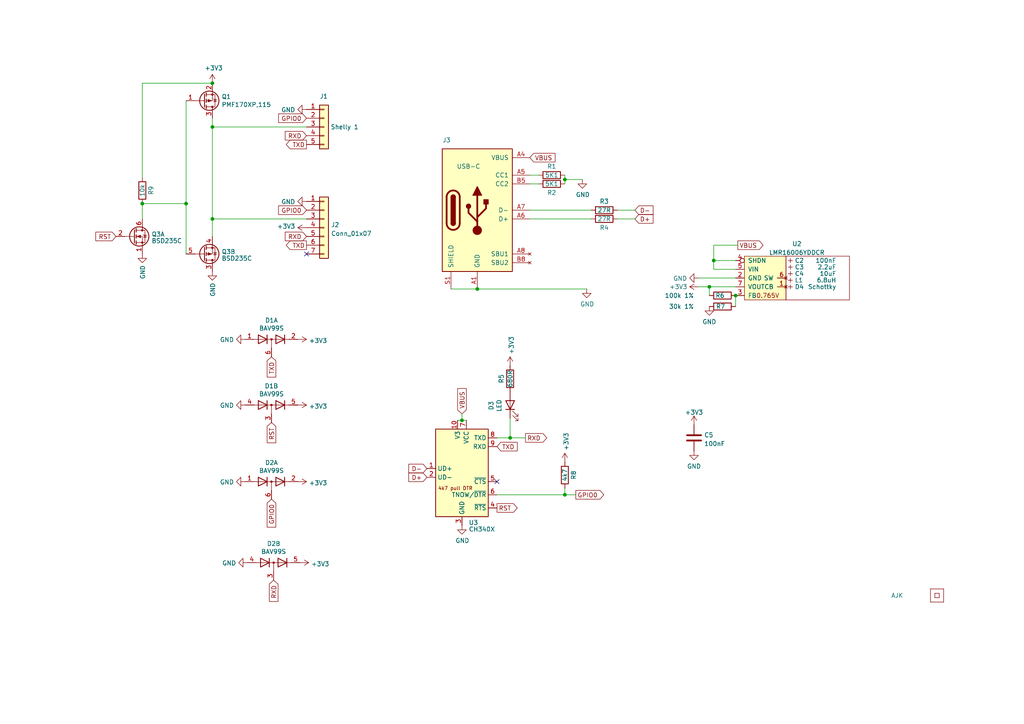
<source format=kicad_sch>
(kicad_sch (version 20230121) (generator eeschema)
  (paper "A4")
  (title_block (title "Tasmotizer") (date "${CURRENT_DATE}") (rev "4") (company "Adrian Kennard, Andrews & Arnold Ltd") (comment 1 "toot.me.uk/@RevK") (comment 2 "www.me.uk"))
  (lib_symbols
    (symbol "Connector_Generic:Conn_01x05" (pin_names (offset 1.016) hide)
      (property "Reference" "J" (at 0 7.62 0))
      (property "Value" "Conn_01x05" (at 0 -7.62 0))
      (symbol "Conn_01x05_1_1"
        (rectangle (start -1.27 -4.953) (end 0 -5.207) (stroke (width 0.1524)))
        (rectangle (start -1.27 -2.413) (end 0 -2.667) (stroke (width 0.1524)))
        (rectangle (start -1.27 0.127) (end 0 -0.127) (stroke (width 0.1524)))
        (rectangle (start -1.27 2.667) (end 0 2.413) (stroke (width 0.1524)))
        (rectangle (start -1.27 5.207) (end 0 4.953) (stroke (width 0.1524)))
        (rectangle (start -1.27 6.35) (end 1.27 -6.35) (stroke (width 0.254)) (fill (type background)))
        (pin passive line (at -5.08 5.08 0) (length 3.81) (name "Pin_1") (number "1"))
        (pin passive line (at -5.08 2.54 0) (length 3.81) (name "Pin_2") (number "2"))
        (pin passive line (at -5.08 0 0) (length 3.81) (name "Pin_3") (number "3"))
        (pin passive line (at -5.08 -2.54 0) (length 3.81) (name "Pin_4") (number "4"))
        (pin passive line (at -5.08 -5.08 0) (length 3.81) (name "Pin_5") (number "5"))
      )
    )
    (symbol "Connector_Generic:Conn_01x07" (pin_names (offset 1.016) hide)
      (property "Reference" "J" (at 0 10.16 0))
      (property "Value" "Conn_01x07" (at 0 -10.16 0))
      (symbol "Conn_01x07_1_1"
        (rectangle (start -1.27 -7.493) (end 0 -7.747) (stroke (width 0.1524)))
        (rectangle (start -1.27 -4.953) (end 0 -5.207) (stroke (width 0.1524)))
        (rectangle (start -1.27 -2.413) (end 0 -2.667) (stroke (width 0.1524)))
        (rectangle (start -1.27 0.127) (end 0 -0.127) (stroke (width 0.1524)))
        (rectangle (start -1.27 2.667) (end 0 2.413) (stroke (width 0.1524)))
        (rectangle (start -1.27 5.207) (end 0 4.953) (stroke (width 0.1524)))
        (rectangle (start -1.27 7.747) (end 0 7.493) (stroke (width 0.1524)))
        (rectangle (start -1.27 8.89) (end 1.27 -8.89) (stroke (width 0.254)) (fill (type background)))
        (pin passive line (at -5.08 7.62 0) (length 3.81) (name "Pin_1") (number "1"))
        (pin passive line (at -5.08 5.08 0) (length 3.81) (name "Pin_2") (number "2"))
        (pin passive line (at -5.08 2.54 0) (length 3.81) (name "Pin_3") (number "3"))
        (pin passive line (at -5.08 0 0) (length 3.81) (name "Pin_4") (number "4"))
        (pin passive line (at -5.08 -2.54 0) (length 3.81) (name "Pin_5") (number "5"))
        (pin passive line (at -5.08 -5.08 0) (length 3.81) (name "Pin_6") (number "6"))
        (pin passive line (at -5.08 -7.62 0) (length 3.81) (name "Pin_7") (number "7"))
      )
    )
    (symbol "Device:C" (pin_numbers hide) (pin_names (offset 0.254))
      (property "Reference" "C" (at 0.635 2.54 0))
      (property "Value" "C" (at 0.635 -2.54 0))
      (symbol "C_0_1"
        (polyline (pts (xy -2.032 -0.762) (xy 2.032 -0.762)) (stroke (width 0.508)))
        (polyline (pts (xy -2.032 0.762) (xy 2.032 0.762)) (stroke (width 0.508)))
      )
      (symbol "C_1_1"
        (pin passive line (at 0 3.81 270) (length 2.794) (name "~") (number "1"))
        (pin passive line (at 0 -3.81 90) (length 2.794) (name "~") (number "2"))
      )
    )
    (symbol "Device:LED" (pin_numbers hide) (pin_names (offset 1.016) hide)
      (property "Reference" "D" (at 0 2.54 0))
      (property "Value" "LED" (at 0 -2.54 0))
      (symbol "LED_0_1"
        (polyline (pts (xy -1.27 -1.27) (xy -1.27 1.27)) (stroke (width 0.254)))
        (polyline (pts (xy -1.27 0) (xy 1.27 0)))
        (polyline (pts (xy 1.27 -1.27) (xy 1.27 1.27) (xy -1.27 0) (xy 1.27 -1.27)) (stroke (width 0.254)))
        (polyline (pts (xy -3.048 -0.762) (xy -4.572 -2.286) (xy -3.81 -2.286) (xy -4.572 -2.286) (xy -4.572 -1.524)))
        (polyline (pts (xy -1.778 -0.762) (xy -3.302 -2.286) (xy -2.54 -2.286) (xy -3.302 -2.286) (xy -3.302 -1.524)))
      )
      (symbol "LED_1_1"
        (pin passive line (at -3.81 0 0) (length 2.54) (name "K") (number "1"))
        (pin passive line (at 3.81 0 180) (length 2.54) (name "A") (number "2"))
      )
    )
    (symbol "Device:Q_PMOS_GSD" (pin_names (offset 0) hide)
      (property "Reference" "Q" (at 5.08 1.27 0))
      (property "Value" "Q_PMOS_GSD" (at 5.08 -1.27 0))
      (symbol "Q_PMOS_GSD_0_1"
        (polyline (pts (xy 0.254 0) (xy -2.54 0)))
        (polyline (pts (xy 0.254 1.905) (xy 0.254 -1.905)) (stroke (width 0.254)))
        (polyline (pts (xy 0.762 -1.27) (xy 0.762 -2.286)) (stroke (width 0.254)))
        (polyline (pts (xy 0.762 0.508) (xy 0.762 -0.508)) (stroke (width 0.254)))
        (polyline (pts (xy 0.762 2.286) (xy 0.762 1.27)) (stroke (width 0.254)))
        (polyline (pts (xy 2.54 2.54) (xy 2.54 1.778)))
        (polyline (pts (xy 2.54 -2.54) (xy 2.54 0) (xy 0.762 0)))
        (polyline (pts (xy 0.762 1.778) (xy 3.302 1.778) (xy 3.302 -1.778) (xy 0.762 -1.778)))
        (polyline (pts (xy 2.286 0) (xy 1.27 0.381) (xy 1.27 -0.381) (xy 2.286 0)) (fill (type outline)))
        (polyline (pts (xy 2.794 -0.508) (xy 2.921 -0.381) (xy 3.683 -0.381) (xy 3.81 -0.254)))
        (polyline (pts (xy 3.302 -0.381) (xy 2.921 0.254) (xy 3.683 0.254) (xy 3.302 -0.381)))
        (circle (center 1.651 0) (radius 2.794) (stroke (width 0.254)))
        (circle (center 2.54 -1.778) (radius 0.254) (fill (type outline)))
        (circle (center 2.54 1.778) (radius 0.254) (fill (type outline)))
      )
      (symbol "Q_PMOS_GSD_1_1"
        (pin input line (at -5.08 0 0) (length 2.54) (name "G") (number "1"))
        (pin passive line (at 2.54 -5.08 90) (length 2.54) (name "S") (number "2"))
        (pin passive line (at 2.54 5.08 270) (length 2.54) (name "D") (number "3"))
      )
    )
    (symbol "Device:R" (pin_numbers hide) (pin_names (offset 0))
      (property "Reference" "R" (at 2.032 0 90))
      (property "Value" "R" (at 0 0 90))
      (symbol "R_0_1"
        (rectangle (start -1.016 -2.54) (end 1.016 2.54) (stroke (width 0.254)))
      )
      (symbol "R_1_1"
        (pin passive line (at 0 3.81 270) (length 1.27) (name "~") (number "1"))
        (pin passive line (at 0 -3.81 90) (length 1.27) (name "~") (number "2"))
      )
    )
    (symbol "Diode:BAV99S" (pin_names (offset 0.0254) hide)
      (property "Reference" "D" (at 0 2.54 0))
      (property "Value" "BAV99S" (at 0 5.08 0))
      (symbol "BAV99S_0_1"
        (polyline (pts (xy -5.08 0) (xy 5.08 0)))
        (polyline (pts (xy 0 0) (xy 0 -2.54)))
        (polyline (pts (xy -1.27 -1.27) (xy -1.27 1.27) (xy -1.27 1.27)) (stroke (width 0.254)))
        (polyline (pts (xy 3.81 1.27) (xy 3.81 -1.27) (xy 3.81 -1.27)) (stroke (width 0.254)))
        (polyline (pts (xy -3.81 1.27) (xy -1.27 0) (xy -3.81 -1.27) (xy -3.81 1.27) (xy -3.81 1.27) (xy -3.81 1.27)) (stroke (width 0.254)))
        (polyline (pts (xy 1.27 1.27) (xy 3.81 0) (xy 1.27 -1.27) (xy 1.27 1.27) (xy 1.27 1.27) (xy 1.27 1.27)) (stroke (width 0.254)))
        (circle (center 0 0) (radius 0.254) (fill (type outline)))
      )
      (symbol "BAV99S_1_1"
        (polyline (pts (xy 6.35 0) (xy 7.62 0)))
        (pin passive line (at -7.62 0 0) (length 2.54) (name "A1") (number "1"))
        (pin passive line (at 7.62 0 180) (length 2.54) (name "K2") (number "2"))
        (pin passive line (at 0 -5.08 90) (length 2.54) (name "K3A4") (number "6"))
      )
      (symbol "BAV99S_2_1"
        (polyline (pts (xy 6.35 0) (xy 7.62 0)))
        (pin passive line (at 0 -5.08 90) (length 2.54) (name "K1A2") (number "3"))
        (pin passive line (at -7.62 0 0) (length 2.54) (name "A3") (number "4"))
        (pin passive line (at 7.62 0 180) (length 2.54) (name "K4") (number "5"))
      )
    )
    (symbol "RevK:AJK" (pin_names (offset 1.016)) (in_bom no)
      (property "Value" "AJK" (at 0 0 0))
    )
    (symbol "RevK:CH340X"
      (property "Reference" "U" (at -5.08 13.97 0))
      (property "Value" "CH340X" (at -3.81 4.445 0))
      (symbol "CH340X_0_1"
        (rectangle (start -7.62 12.7) (end 7.62 -12.7) (stroke (width 0.254)) (fill (type background)))
      )
      (symbol "CH340X_1_1"
        (text "4k7 pull DTR" (at -1.905 -4.445 0) (effects (font (size 1 1))))
        (pin bidirectional line (at -10.16 1.27 0) (length 2.54) (name "UD+") (number "1"))
        (pin passive line (at -1.27 15.24 270) (length 2.54) (name "V3") (number "10"))
        (pin bidirectional line (at -10.16 -1.27 0) (length 2.54) (name "UD-") (number "2"))
        (pin power_in line (at 0 -15.24 90) (length 2.54) (name "GND") (number "3"))
        (pin output line (at 10.16 -10.16 180) (length 2.54) (name "~{RTS}") (number "4"))
        (pin input line (at 10.16 -2.54 180) (length 2.54) (name "~{CTS}") (number "5"))
        (pin output line (at 10.16 -6.35 180) (length 2.54) (name "TNOW/~{DTR}") (number "6"))
        (pin power_in line (at 1.27 15.24 270) (length 2.54) (name "VCC") (number "7"))
        (pin output line (at 10.16 10.16 180) (length 2.54) (name "TXD") (number "8"))
        (pin input line (at 10.16 7.62 180) (length 2.54) (name "RXD") (number "9"))
      )
    )
    (symbol "RevK:Hidden" (pin_names (offset 1.016))
      (property "Reference" "Z" (at 0.635 0 0))
      (property "Value" "Hidden" (at 4.445 0 0))
      (symbol "Hidden_0_1"
        (polyline (pts (xy -0.635 0) (xy 0.635 0)) (stroke (width 0.1524)))
        (polyline (pts (xy 0 0.635) (xy 0 -0.635)) (stroke (width 0.1524)))
      )
      (symbol "Hidden_1_1"
        (pin no_connect non_logic (at 0 -2.54 90) (length 2.54) hide (name "~") (number "~"))
      )
    )
    (symbol "RevK:LMR16006XDDCR" (pin_names (offset 1.016))
      (property "Reference" "U" (at 11.43 2.54 0))
      (property "Value" "LMR16006XDDCR" (at 7.62 -12.7 0))
      (symbol "LMR16006XDDCR_0_0"
        (rectangle (start 2.54 1.27) (end 14.605 -11.43) (fill (type background)))
        (text "0.765V" (at 12.7 -10.16 0) (effects (font (size 1.27 1.27)) (justify right)))
      )
      (symbol "LMR16006XDDCR_0_1"
        (rectangle (start 14.605 1.27) (end 33.02 -11.43))
      )
      (symbol "LMR16006XDDCR_1_1"
        (pin no_connect line (at 14.605 -7.62 180) (length 2.54) (name "CB") (number "1"))
        (pin power_in line (at 0 -5.08 0) (length 2.54) (name "GND") (number "2"))
        (pin passive line (at 0 -10.16 0) (length 2.54) (name "FB") (number "3"))
        (pin input inverted (at 0 0 0) (length 2.54) (name "SHDN") (number "4"))
        (pin power_in line (at 0 -2.54 0) (length 2.54) (name "VIN") (number "5"))
        (pin no_connect line (at 14.605 -5.08 180) (length 2.54) (name "SW") (number "6"))
        (pin power_out line (at 0 -7.62 0) (length 2.54) (name "VOUT") (number "7"))
      )
    )
    (symbol "RevK:QR" (pin_names (offset 1.016)) (in_bom no)
      (symbol "QR_0_1"
        (rectangle (start -1.905 -1.905) (end -1.905 1.905))
        (rectangle (start -1.905 1.905) (end 1.905 1.905))
        (rectangle (start -0.635 -0.635) (end -0.635 0.635))
        (rectangle (start -0.635 0.635) (end 0.635 0.635))
        (rectangle (start 0.635 -0.635) (end -0.635 -0.635))
        (rectangle (start 0.635 0.635) (end 0.635 -0.635))
        (rectangle (start 1.905 -1.905) (end -1.905 -1.905))
        (rectangle (start 1.905 1.905) (end 1.905 -1.905))
      )
    )
    (symbol "RevK:USB-C" (pin_names (offset 1.016))
      (property "Reference" "J" (at -10.16 19.05 0))
      (property "Value" "USB-C" (at -7.62 15.24 0))
      (symbol "USB-C_0_1"
        (rectangle (start -10.16 17.78) (end 10.16 -17.78) (stroke (width 0.254)) (fill (type background)))
        (arc (start -8.89 -3.81) (mid -6.985 -5.7067) (end -5.08 -3.81) (stroke (width 0.508)))
        (arc (start -7.62 -3.81) (mid -6.985 -4.4423) (end -6.35 -3.81) (stroke (width 0.254)))
        (arc (start -7.62 -3.81) (mid -6.985 -4.4423) (end -6.35 -3.81) (stroke (width 0.254)) (fill (type outline)))
        (rectangle (start -7.62 -3.81) (end -6.35 3.81) (stroke (width 0.254)) (fill (type outline)))
        (arc (start -6.35 3.81) (mid -6.985 4.4423) (end -7.62 3.81) (stroke (width 0.254)))
        (arc (start -6.35 3.81) (mid -6.985 4.4423) (end -7.62 3.81) (stroke (width 0.254)) (fill (type outline)))
        (arc (start -5.08 3.81) (mid -6.985 5.7067) (end -8.89 3.81) (stroke (width 0.508)))
        (circle (center -2.54 1.143) (radius 0.635) (stroke (width 0.254)) (fill (type outline)))
        (circle (center 0 -5.842) (radius 1.27) (fill (type outline)))
        (polyline (pts (xy -8.89 -3.81) (xy -8.89 3.81)) (stroke (width 0.508)))
        (polyline (pts (xy -5.08 3.81) (xy -5.08 -3.81)) (stroke (width 0.508)))
        (polyline (pts (xy 0 -5.842) (xy 0 4.318)) (stroke (width 0.508)))
        (polyline (pts (xy 0 -3.302) (xy -2.54 -0.762) (xy -2.54 0.508)) (stroke (width 0.508)))
        (polyline (pts (xy 0 -2.032) (xy 2.54 0.508) (xy 2.54 1.778)) (stroke (width 0.508)))
        (polyline (pts (xy -1.27 4.318) (xy 0 6.858) (xy 1.27 4.318) (xy -1.27 4.318)) (stroke (width 0.254)) (fill (type outline)))
        (rectangle (start 1.905 1.778) (end 3.175 3.048) (stroke (width 0.254)) (fill (type outline)))
      )
      (symbol "USB-C_1_1"
        (pin power_out line (at 0 -22.86 90) (length 5.08) (name "GND") (number "A1"))
        (pin passive line (at 0 -22.86 90) (length 5.08) hide (name "GND") (number "A12"))
        (pin power_out line (at 15.24 15.24 180) (length 5.08) (name "VBUS") (number "A4"))
        (pin bidirectional line (at 15.24 10.16 180) (length 5.08) (name "CC1") (number "A5"))
        (pin bidirectional line (at 15.24 -2.54 180) (length 5.08) (name "D+") (number "A6"))
        (pin bidirectional line (at 15.24 0 180) (length 5.08) (name "D-") (number "A7"))
        (pin no_connect line (at 15.24 -12.7 180) (length 5.08) (name "SBU1") (number "A8"))
        (pin passive line (at 15.24 15.24 180) (length 5.08) hide (name "VBUS") (number "A9"))
        (pin passive line (at 0 -22.86 90) (length 5.08) hide (name "GND") (number "B1"))
        (pin passive line (at 0 -22.86 90) (length 5.08) hide (name "GND") (number "B12"))
        (pin passive line (at 15.24 15.24 180) (length 5.08) hide (name "VBUS") (number "B4"))
        (pin bidirectional line (at 15.24 7.62 180) (length 5.08) (name "CC2") (number "B5"))
        (pin bidirectional line (at 15.24 -2.54 180) (length 5.08) hide (name "D+") (number "B6"))
        (pin bidirectional line (at 15.24 0 180) (length 5.08) hide (name "D-") (number "B7"))
        (pin no_connect line (at 15.24 -15.24 180) (length 5.08) (name "SBU2") (number "B8"))
        (pin passive line (at 15.24 15.24 180) (length 5.08) hide (name "VBUS") (number "B9"))
        (pin passive line (at -7.62 -22.86 90) (length 5.08) (name "SHIELD") (number "S1"))
      )
    )
    (symbol "Transistor_FET:BSD235C" (pin_names hide)
      (property "Reference" "Q" (at 5.08 2.54 0))
      (property "Value" "BSD235C" (at 5.08 0 0))
      (symbol "BSD235C_1_1"
        (polyline (pts (xy 0.254 -1.905) (xy 0.254 1.905)) (stroke (width 0.254)))
        (polyline (pts (xy 0.254 0) (xy -2.54 0)))
        (polyline (pts (xy 0.762 -2.286) (xy 0.762 -1.27)) (stroke (width 0.254)))
        (polyline (pts (xy 0.762 -0.508) (xy 0.762 0.508)) (stroke (width 0.254)))
        (polyline (pts (xy 0.762 1.27) (xy 0.762 2.286)) (stroke (width 0.254)))
        (polyline (pts (xy 2.54 1.905) (xy 2.54 2.54)))
        (polyline (pts (xy 2.54 -2.54) (xy 2.54 0) (xy 0.762 0)))
        (polyline (pts (xy 0.762 1.778) (xy 3.302 1.778) (xy 3.302 -1.778) (xy 0.762 -1.778)))
        (polyline (pts (xy 1.016 0) (xy 2.032 -0.381) (xy 2.032 0.381) (xy 1.016 0)) (fill (type outline)))
        (polyline (pts (xy 2.794 0.508) (xy 2.921 0.381) (xy 3.683 0.381) (xy 3.81 0.254)))
        (polyline (pts (xy 3.302 0.381) (xy 2.921 -0.254) (xy 3.683 -0.254) (xy 3.302 0.381)))
        (circle (center 1.651 0) (radius 2.794) (stroke (width 0.254)))
        (circle (center 2.54 -1.778) (radius 0.254) (fill (type outline)))
        (circle (center 2.54 1.778) (radius 0.254) (fill (type outline)))
        (pin passive line (at 2.54 -5.08 90) (length 2.54) (name "SN") (number "1"))
        (pin input line (at -5.08 0 0) (length 2.54) (name "GN") (number "2"))
        (pin passive line (at 2.54 5.08 270) (length 2.54) (name "DN") (number "6"))
      )
      (symbol "BSD235C_2_1"
        (polyline (pts (xy 0.254 0) (xy -2.54 0)))
        (polyline (pts (xy 0.254 1.905) (xy 0.254 -1.905)) (stroke (width 0.254)))
        (polyline (pts (xy 0.762 -1.27) (xy 0.762 -2.286)) (stroke (width 0.254)))
        (polyline (pts (xy 0.762 0.508) (xy 0.762 -0.508)) (stroke (width 0.254)))
        (polyline (pts (xy 0.762 2.286) (xy 0.762 1.27)) (stroke (width 0.254)))
        (polyline (pts (xy 2.54 -1.905) (xy 2.54 -2.54)))
        (polyline (pts (xy 2.54 2.54) (xy 2.54 0) (xy 0.762 0)))
        (polyline (pts (xy 0.762 -1.778) (xy 3.302 -1.778) (xy 3.302 1.778) (xy 0.762 1.778)))
        (polyline (pts (xy 2.286 0) (xy 1.27 -0.381) (xy 1.27 0.381) (xy 2.286 0)) (fill (type outline)))
        (polyline (pts (xy 2.794 0.508) (xy 2.921 0.381) (xy 3.683 0.381) (xy 3.81 0.254)))
        (polyline (pts (xy 3.302 0.381) (xy 2.921 -0.254) (xy 3.683 -0.254) (xy 3.302 0.381)))
        (circle (center 1.651 0) (radius 2.794) (stroke (width 0.254)))
        (circle (center 2.54 -1.778) (radius 0.254) (fill (type outline)))
        (circle (center 2.54 1.778) (radius 0.254) (fill (type outline)))
        (pin passive line (at 2.54 -5.08 90) (length 2.54) (name "DP") (number "3"))
        (pin passive line (at 2.54 5.08 270) (length 2.54) (name "SP") (number "4"))
        (pin input line (at -5.08 0 0) (length 2.54) (name "GP") (number "5"))
      )
    )
    (symbol "power:+3.3V" (power) (pin_names (offset 0))
      (property "Value" "+3.3V" (at 0 3.556 0))
      (symbol "+3.3V_0_1"
        (polyline (pts (xy -0.762 1.27) (xy 0 2.54)))
        (polyline (pts (xy 0 0) (xy 0 2.54)))
        (polyline (pts (xy 0 2.54) (xy 0.762 1.27)))
      )
      (symbol "+3.3V_1_1"
        (pin power_in line (at 0 0 90) (length 0) hide (name "+3V3") (number "1"))
      )
    )
    (symbol "power:GND" (power) (pin_names (offset 0))
      (property "Value" "GND" (at 0 -3.81 0))
      (symbol "GND_0_1"
        (polyline (pts (xy 0 0) (xy 0 -1.27) (xy 1.27 -1.27) (xy 0 -2.54) (xy -1.27 -1.27) (xy 0 -1.27)))
      )
      (symbol "GND_1_1"
        (pin power_in line (at 0 0 270) (length 0) hide (name "GND") (number "1"))
      )
    )
  )
  (junction (at 147.955 127))
  (junction (at 41.275 59.055))
  (junction (at 133.985 121.92))
  (junction (at 61.595 36.83))
  (junction (at 213.36 85.725))
  (junction (at 61.595 63.5))
  (junction (at 207.01 75.565))
  (junction (at 163.83 52.07))
  (junction (at 163.83 143.51))
  (junction (at 205.74 83.185))
  (junction (at 138.43 83.82))
  (junction (at 61.595 24.13))
  (junction (at 53.975 59.055))
  (no_connect (at 88.9 73.66))
  (no_connect (at 144.145 139.7))
  (wire (pts (xy 130.81 83.82) (xy 138.43 83.82)))
  (wire (pts (xy 163.83 52.07) (xy 163.83 53.34)))
  (wire (pts (xy 61.595 34.29) (xy 61.595 36.83)))
  (wire (pts (xy 133.985 121.92) (xy 135.255 121.92)))
  (wire (pts (xy 41.275 59.055) (xy 53.975 59.055)))
  (wire (pts (xy 147.955 121.285) (xy 147.955 127)))
  (wire (pts (xy 163.83 50.8) (xy 163.83 52.07)))
  (wire (pts (xy 147.955 127) (xy 152.4 127)))
  (wire (pts (xy 61.595 24.13) (xy 41.275 24.13)))
  (wire (pts (xy 61.595 36.83) (xy 61.595 63.5)))
  (wire (pts (xy 207.01 75.565) (xy 207.01 78.105)))
  (wire (pts (xy 53.975 29.21) (xy 53.975 59.055)))
  (wire (pts (xy 153.67 53.34) (xy 156.21 53.34)))
  (wire (pts (xy 179.07 60.96) (xy 184.15 60.96)))
  (wire (pts (xy 133.985 120.015) (xy 133.985 121.92)))
  (wire (pts (xy 202.565 80.645) (xy 213.36 80.645)))
  (wire (pts (xy 132.715 121.92) (xy 133.985 121.92)))
  (wire (pts (xy 163.83 143.51) (xy 167.005 143.51)))
  (wire (pts (xy 41.275 59.055) (xy 41.275 63.5)))
  (wire (pts (xy 153.67 63.5) (xy 171.45 63.5)))
  (wire (pts (xy 213.36 85.725) (xy 213.36 88.9)))
  (wire (pts (xy 207.01 78.105) (xy 213.36 78.105)))
  (wire (pts (xy 179.07 63.5) (xy 184.15 63.5)))
  (wire (pts (xy 168.91 52.07) (xy 163.83 52.07)))
  (wire (pts (xy 144.145 127) (xy 147.955 127)))
  (wire (pts (xy 153.67 60.96) (xy 171.45 60.96)))
  (wire (pts (xy 207.01 71.12) (xy 207.01 75.565)))
  (wire (pts (xy 205.74 85.725) (xy 205.74 83.185)))
  (wire (pts (xy 61.595 36.83) (xy 88.9 36.83)))
  (wire (pts (xy 163.83 141.605) (xy 163.83 143.51)))
  (wire (pts (xy 153.67 50.8) (xy 156.21 50.8)))
  (wire (pts (xy 41.275 24.13) (xy 41.275 51.435)))
  (wire (pts (xy 202.565 83.185) (xy 205.74 83.185)))
  (wire (pts (xy 61.595 63.5) (xy 61.595 68.58)))
  (wire (pts (xy 61.595 63.5) (xy 88.9 63.5)))
  (wire (pts (xy 138.43 83.82) (xy 170.18 83.82)))
  (wire (pts (xy 205.74 83.185) (xy 213.36 83.185)))
  (wire (pts (xy 144.145 143.51) (xy 163.83 143.51)))
  (wire (pts (xy 207.01 75.565) (xy 213.36 75.565)))
  (wire (pts (xy 207.01 71.12) (xy 213.995 71.12)))
  (wire (pts (xy 53.975 59.055) (xy 53.975 73.66)))
  (global_label "TXD" (shape output) (at 88.9 71.12 180) (property "Intersheetrefs" "${INTERSHEET_REFS}" (effects hide)))
  (global_label "TXD" (shape input) (at 144.145 129.54 0) (property "Intersheetrefs" "${INTERSHEET_REFS}" (effects hide)))
  (global_label "RXD" (shape output) (at 152.4 127 0) (property "Intersheetrefs" "${INTERSHEET_REFS}" (effects hide)))
  (global_label "D-" (shape input) (at 123.825 135.89 180) (property "Intersheetrefs" "${INTERSHEET_REFS}" (effects hide)))
  (global_label "GPIO0" (shape output) (at 167.005 143.51 0) (property "Intersheetrefs" "${INTERSHEET_REFS}" (effects hide)))
  (global_label "RST" (shape output) (at 144.145 147.32 0) (property "Intersheetrefs" "${INTERSHEET_REFS}" (effects hide)))
  (global_label "D-" (shape input) (at 184.15 60.96 0) (property "Intersheetrefs" "${INTERSHEET_REFS}" (effects hide)))
  (global_label "TXD" (shape input) (at 78.74 103.505 270) (property "Intersheetrefs" "${INTERSHEET_REFS}" (effects hide)))
  (global_label "RXD" (shape input) (at 88.9 68.58 180) (property "Intersheetrefs" "${INTERSHEET_REFS}" (effects hide)))
  (global_label "TXD" (shape output) (at 88.9 41.91 180) (property "Intersheetrefs" "${INTERSHEET_REFS}" (effects hide)))
  (global_label "GPIO0" (shape input) (at 88.9 34.29 180) (property "Intersheetrefs" "${INTERSHEET_REFS}" (effects hide)))
  (global_label "VBUS" (shape input) (at 153.67 45.72 0) (property "Intersheetrefs" "${INTERSHEET_REFS}" (effects hide)))
  (global_label "GPIO0" (shape input) (at 78.74 144.78 270) (property "Intersheetrefs" "${INTERSHEET_REFS}" (effects hide)))
  (global_label "GPIO0" (shape input) (at 88.9 60.96 180) (property "Intersheetrefs" "${INTERSHEET_REFS}" (effects hide)))
  (global_label "RST" (shape input) (at 33.655 68.58 180) (property "Intersheetrefs" "${INTERSHEET_REFS}" (effects hide)))
  (global_label "D+" (shape input) (at 123.825 138.43 180) (property "Intersheetrefs" "${INTERSHEET_REFS}" (effects hide)))
  (global_label "VBUS" (shape output) (at 213.995 71.12 0) (property "Intersheetrefs" "${INTERSHEET_REFS}" (effects hide)))
  (global_label "RST" (shape input) (at 78.74 122.555 270) (property "Intersheetrefs" "${INTERSHEET_REFS}" (effects hide)))
  (global_label "RXD" (shape input) (at 88.9 39.37 180) (property "Intersheetrefs" "${INTERSHEET_REFS}" (effects hide)))
  (global_label "VBUS" (shape input) (at 133.985 120.015 90) (property "Intersheetrefs" "${INTERSHEET_REFS}" (effects hide)))
  (global_label "RXD" (shape input) (at 79.375 168.275 270) (property "Intersheetrefs" "${INTERSHEET_REFS}" (effects hide)))
  (global_label "D+" (shape input) (at 184.15 63.5 0) (property "Intersheetrefs" "${INTERSHEET_REFS}" (effects hide)))
  (symbol (lib_id "RevK:USB-C") (at 138.43 60.96 0) (unit 1)
    (property "Reference" "J3" (at 129.54 40.64 0))
    (property "Value" "USB-C" (at 135.89 48.26 0))
    (property "Footprint" "RevK:USC16-TR" (effects hide))
    (property "Manufacturer" "Valcon" (effects hide))
    (property "Part No" "CSP-USC16-TR" (effects hide))
    (property "LCSC Part #" "C709357" (effects hide))
    (property "JLCPCB Rotation Offset" "0" (effects hide))
  )
  (symbol (lib_id "Device:R") (at 160.02 50.8 90) (unit 1)
    (property "Reference" "R1" (at 160.02 48.26 90))
    (property "Value" "5K1" (at 160.02 50.8 90))
    (property "Footprint" "RevK:R_0603" (effects hide))
  )
  (symbol (lib_id "power:GND") (at 168.91 52.07 0) (unit 1)
    (property "Reference" "#PWR019" (effects hide))
    (property "Value" "GND" (at 169.037 56.4642 0))
  )
  (symbol (lib_id "power:GND") (at 170.18 83.82 0) (unit 1)
    (property "Reference" "#PWR020" (effects hide))
    (property "Value" "GND" (at 170.307 88.2142 0))
  )
  (symbol (lib_id "Device:R") (at 160.02 53.34 270) (unit 1)
    (property "Reference" "R2" (at 160.02 55.88 90))
    (property "Value" "5K1" (at 160.02 53.34 90))
    (property "Footprint" "RevK:R_0603" (effects hide))
  )
  (symbol (lib_id "Device:R") (at 175.26 60.96 90) (unit 1)
    (property "Reference" "R3" (at 175.26 58.42 90))
    (property "Value" "27R" (at 175.26 60.96 90))
    (property "Footprint" "RevK:R_0603" (effects hide))
  )
  (symbol (lib_id "Device:R") (at 175.26 63.5 90) (unit 1)
    (property "Reference" "R4" (at 175.26 66.04 90))
    (property "Value" "27R" (at 175.26 63.5 90))
    (property "Footprint" "RevK:R_0603" (effects hide))
  )
  (symbol (lib_id "Connector_Generic:Conn_01x05") (at 93.98 36.83 0) (unit 1)
    (property "Reference" "J1" (at 92.71 27.94 0) (effects (justify left)))
    (property "Value" "Shelly 1" (at 95.885 36.83 0) (effects (justify left)))
    (property "Footprint" "RevK:PinHeader_1x05_P2.54mm_Right" (effects hide))
    (property "LCSC Part #" "C225491" (effects hide))
  )
  (symbol (lib_id "power:GND") (at 88.9 58.42 270) (unit 1)
    (property "Reference" "#PWR04" (effects hide))
    (property "Value" "GND" (at 85.6488 58.547 90) (effects (justify right)))
  )
  (symbol (lib_id "power:GND") (at 88.9 31.75 270) (unit 1)
    (property "Reference" "#PWR03" (effects hide))
    (property "Value" "GND" (at 85.6488 31.877 90) (effects (justify right)))
  )
  (symbol (lib_id "power:+3.3V") (at 88.9 66.04 90) (unit 1)
    (property "Reference" "#PWR05" (effects hide))
    (property "Value" "+3.3V" (at 85.6488 65.659 90) (effects (justify left)))
  )
  (symbol (lib_id "Device:LED") (at 147.955 117.475 90) (unit 1)
    (property "Reference" "D3" (at 142.4432 117.6528 0))
    (property "Value" "LED" (at 144.7546 117.6528 0))
    (property "Footprint" "LED_SMD:LED_0603_1608Metric_Pad1.05x0.95mm_HandSolder" (effects hide))
    (property "LCSC Part #" "C264473" (effects hide))
  )
  (symbol (lib_id "Device:R") (at 147.955 109.855 0) (unit 1)
    (property "Reference" "R5" (at 145.415 109.855 90))
    (property "Value" "680R" (at 147.955 109.855 90))
    (property "Footprint" "RevK:R_0603" (effects hide))
  )
  (symbol (lib_id "power:+3.3V") (at 147.955 106.045 0) (unit 1)
    (property "Reference" "#PWR021" (effects hide))
    (property "Value" "+3.3V" (at 148.336 102.7938 90) (effects (justify left)))
  )
  (symbol (lib_id "RevK:AJK") (at 257.81 172.72 0) (unit 1) (in_bom no)
    (property "Reference" "Art1" (effects hide))
    (property "Value" "AJK" (at 258.445 172.72 0) (effects (justify left)))
    (property "Footprint" "RevK:AJK" (effects hide))
    (property "Note" "Non part, PCB printed" (effects hide))
  )
  (symbol (lib_id "Diode:BAV99S") (at 78.74 98.425 0) (unit 1)
    (property "Reference" "D1" (at 78.74 92.9132 0))
    (property "Value" "BAV99S" (at 78.74 95.2246 0))
    (property "Footprint" "RevK:SOT-363_SC-70-6" (effects hide))
    (property "Datasheet" "https://assets.nexperia.com/documents/data-sheet/BAV99_SER.pdf" (effects hide))
    (property "LCSC Part #" "C68987" (effects hide))
    (property "JLCPCB Rotation Offset" "-90" (effects hide))
  )
  (symbol (lib_id "Diode:BAV99S") (at 78.74 117.475 0) (unit 2)
    (property "Reference" "D1" (at 78.74 111.9632 0))
    (property "Value" "BAV99S" (at 78.74 114.2746 0))
    (property "Footprint" "RevK:SOT-363_SC-70-6" (effects hide))
    (property "Datasheet" "https://assets.nexperia.com/documents/data-sheet/BAV99_SER.pdf" (effects hide))
    (property "LCSC Part #" "C68987" (effects hide))
    (property "JLCPCB Rotation Offset" "-90" (effects hide))
  )
  (symbol (lib_id "Device:Q_PMOS_GSD") (at 59.055 29.21 0) (mirror x) (unit 1)
    (property "Reference" "Q1" (at 64.262 28.0416 0) (effects (justify left)))
    (property "Value" "PMF170XP,115" (at 64.262 30.353 0) (effects (justify left)))
    (property "Footprint" "RevK:SOT-323_SC-70" (effects hide))
    (property "Note" "Any P-Channel SOT323 that does 3.3V/0.5A" (effects hide))
  )
  (symbol (lib_id "Diode:BAV99S") (at 78.74 139.7 0) (unit 1)
    (property "Reference" "D2" (at 78.74 134.1882 0))
    (property "Value" "BAV99S" (at 78.74 136.4996 0))
    (property "Footprint" "RevK:SOT-363_SC-70-6" (effects hide))
    (property "Datasheet" "https://assets.nexperia.com/documents/data-sheet/BAV99_SER.pdf" (effects hide))
    (property "LCSC Part #" "C68987" (effects hide))
    (property "JLCPCB Rotation Offset" "-90" (effects hide))
  )
  (symbol (lib_id "power:+3.3V") (at 86.36 98.425 270) (unit 1)
    (property "Reference" "#PWR010" (effects hide))
    (property "Value" "+3.3V" (at 89.6112 98.806 90) (effects (justify left)))
  )
  (symbol (lib_id "power:+3.3V") (at 86.36 117.475 270) (unit 1)
    (property "Reference" "#PWR011" (effects hide))
    (property "Value" "+3.3V" (at 89.6112 117.856 90) (effects (justify left)))
  )
  (symbol (lib_id "power:GND") (at 71.12 117.475 270) (unit 1)
    (property "Reference" "#PWR07" (effects hide))
    (property "Value" "GND" (at 67.8688 117.602 90) (effects (justify right)))
  )
  (symbol (lib_id "power:GND") (at 71.12 98.425 270) (unit 1)
    (property "Reference" "#PWR06" (effects hide))
    (property "Value" "GND" (at 67.8688 98.552 90) (effects (justify right)))
  )
  (symbol (lib_id "Diode:BAV99S") (at 79.375 163.195 0) (unit 2)
    (property "Reference" "D2" (at 79.375 157.6832 0))
    (property "Value" "BAV99S" (at 79.375 159.9946 0))
    (property "Footprint" "RevK:SOT-363_SC-70-6" (effects hide))
    (property "Datasheet" "https://assets.nexperia.com/documents/data-sheet/BAV99_SER.pdf" (effects hide))
    (property "LCSC Part #" "C68987" (effects hide))
    (property "JLCPCB Rotation Offset" "-90" (effects hide))
  )
  (symbol (lib_id "power:+3.3V") (at 61.595 24.13 0) (unit 1)
    (property "Reference" "#PWR01" (effects hide))
    (property "Value" "+3.3V" (at 61.976 19.7358 0))
  )
  (symbol (lib_id "power:GND") (at 71.12 139.7 270) (unit 1)
    (property "Reference" "#PWR08" (effects hide))
    (property "Value" "GND" (at 67.8688 139.827 90) (effects (justify right)))
  )
  (symbol (lib_id "power:GND") (at 71.755 163.195 270) (unit 1)
    (property "Reference" "#PWR09" (effects hide))
    (property "Value" "GND" (at 68.5038 163.322 90) (effects (justify right)))
  )
  (symbol (lib_id "power:+3.3V") (at 86.36 139.7 270) (unit 1)
    (property "Reference" "#PWR012" (effects hide))
    (property "Value" "+3.3V" (at 89.6112 140.081 90) (effects (justify left)))
  )
  (symbol (lib_id "power:+3.3V") (at 86.995 163.195 270) (unit 1)
    (property "Reference" "#PWR013" (effects hide))
    (property "Value" "+3.3V" (at 90.2462 163.576 90) (effects (justify left)))
  )
  (symbol (lib_id "RevK:QR") (at 271.78 172.72 0) (unit 1) (in_bom no)
    (property "Reference" "Art2" (effects hide))
    (property "Value" "QR" (effects hide))
    (property "Footprint" "RevK:QR-TAS" (effects hide))
    (property "Note" "Non part, PCB printed" (effects hide))
  )
  (symbol (lib_id "power:GND") (at 133.985 152.4 0) (unit 1)
    (property "Reference" "#PWR027" (effects hide))
    (property "Value" "GND" (at 134.112 156.7942 0))
  )
  (symbol (lib_id "RevK:Hidden") (at 229.235 81.28 0) (unit 1)
    (property "Reference" "L1" (at 230.505 81.28 0) (effects (justify left)))
    (property "Value" "6.8uH" (at 242.57 81.28 0) (effects (justify right)))
    (property "Footprint" "RevK:L_4x4_" (effects hide))
    (property "LCSC Part #" "C354575" (effects hide))
  )
  (symbol (lib_id "Device:R") (at 163.83 137.795 180) (unit 1)
    (property "Reference" "R8" (at 166.37 137.795 90))
    (property "Value" "4k7" (at 163.83 137.795 90))
    (property "Footprint" "RevK:R_0603" (effects hide))
  )
  (symbol (lib_id "Transistor_FET:BSD235C") (at 38.735 68.58 0) (unit 1)
    (property "Reference" "Q3" (at 43.942 67.9363 0) (effects (justify left)))
    (property "Value" "BSD235C" (at 43.942 69.8573 0) (effects (justify left)))
    (property "Footprint" "RevK:SOT-363_SC-70-6" (effects hide))
    (property "Datasheet" "https://www.infineon.com/dgdl/Infineon-BSD235C-DS-v02_04-EN.pdf?fileId=db3a30433580b371013585a2d0d53326" (effects hide))
    (property "JLCPCB Rotation Offset" "180" (effects hide))
  )
  (symbol (lib_id "power:GND") (at 202.565 80.645 270) (unit 1)
    (property "Reference" "#PWR022" (effects hide))
    (property "Value" "GND" (at 199.3138 80.772 90) (effects (justify right)))
  )
  (symbol (lib_id "RevK:Hidden") (at 229.235 79.375 0) (unit 1)
    (property "Reference" "C4" (at 230.505 79.375 0) (effects (justify left)))
    (property "Value" "10uF" (at 242.57 79.375 0) (effects (justify right)))
    (property "Footprint" "RevK:C_0805_" (effects hide))
    (property "Note" "0603 or 0805" (effects hide))
    (property "LCSC Part #" "C17024" (effects hide))
  )
  (symbol (lib_id "Connector_Generic:Conn_01x07") (at 93.98 66.04 0) (unit 1)
    (property "Reference" "J2" (at 96.012 65.2053 0) (effects (justify left)))
    (property "Value" "Conn_01x07" (at 96.012 67.7422 0) (effects (justify left)))
    (property "Footprint" "RevK:PinHeader_1x07_P1.27mm_Vertical" (effects hide))
    (property "LCSC Part #" "C2832274" (effects hide))
    (property "JLCPCB Rotation Offset" "90" (effects hide))
  )
  (symbol (lib_id "RevK:Hidden") (at 229.235 77.47 0) (unit 1)
    (property "Reference" "C3" (at 230.505 77.47 0) (effects (justify left)))
    (property "Value" "2.2uF" (at 242.57 77.47 0) (effects (justify right)))
    (property "Footprint" "RevK:C_0805_" (effects hide))
    (property "Note" "0603 or 0805" (effects hide))
    (property "LCSC Part #" "C19110" (effects hide))
  )
  (symbol (lib_id "power:GND") (at 61.595 78.74 0) (unit 1)
    (property "Reference" "#PWR02" (effects hide))
    (property "Value" "GND" (at 61.722 81.9912 90) (effects (justify right)))
  )
  (symbol (lib_id "power:GND") (at 201.295 130.81 0) (unit 1)
    (property "Reference" "#PWR026" (effects hide))
    (property "Value" "GND" (at 201.295 135.2534 0))
  )
  (symbol (lib_id "Device:R") (at 209.55 88.9 90) (unit 1)
    (property "Reference" "R7" (at 207.645 88.9 90) (effects (justify right)))
    (property "Value" "30k 1%" (at 201.295 88.9 90) (effects (justify left)))
    (property "Footprint" "RevK:R_0603" (effects hide))
    (property "LCSC Part #" "C100001" (effects hide))
  )
  (symbol (lib_id "Transistor_FET:BSD235C") (at 59.055 73.66 0) (unit 2)
    (property "Reference" "Q3" (at 64.262 73.0163 0) (effects (justify left)))
    (property "Value" "BSD235C" (at 64.262 74.9373 0) (effects (justify left)))
    (property "Footprint" "RevK:SOT-363_SC-70-6" (effects hide))
    (property "Datasheet" "https://www.infineon.com/dgdl/Infineon-BSD235C-DS-v02_04-EN.pdf?fileId=db3a30433580b371013585a2d0d53326" (effects hide))
    (property "JLCPCB Rotation Offset" "180" (effects hide))
  )
  (symbol (lib_id "power:+3.3V") (at 163.83 133.985 0) (unit 1)
    (property "Reference" "#PWR014" (effects hide))
    (property "Value" "+3.3V" (at 164.211 130.7338 90) (effects (justify left)))
  )
  (symbol (lib_id "RevK:Hidden") (at 229.235 75.565 0) (unit 1)
    (property "Reference" "C2" (at 230.505 75.565 0) (effects (justify left)))
    (property "Value" "100nF" (at 242.57 75.565 0) (effects (justify right)))
    (property "Footprint" "RevK:C_0603_" (effects hide))
    (property "Note" "X7R or X5R 0603" (effects hide))
    (property "LCSC Part #" "C30926" (effects hide))
  )
  (symbol (lib_id "RevK:CH340X") (at 133.985 137.16 0) (unit 1)
    (property "Reference" "U3" (at 135.9409 151.5825 0) (effects (justify left)))
    (property "Value" "CH340X" (at 135.9409 153.5035 0) (effects (justify left)))
    (property "Footprint" "RevK:CH340X" (effects hide))
    (property "Datasheet" "https://www.mpja.com/download/35227cpdata.pdf" (effects hide))
    (property "LCSC Part #" "C3035748" (effects hide))
    (property "JLCPCB Rotation Offset" "-90" (effects hide))
  )
  (symbol (lib_id "power:GND") (at 41.275 73.66 0) (unit 1)
    (property "Reference" "#PWR015" (effects hide))
    (property "Value" "GND" (at 41.402 76.9112 90) (effects (justify right)))
  )
  (symbol (lib_id "Device:R") (at 41.275 55.245 0) (unit 1)
    (property "Reference" "R9" (at 43.815 55.245 90))
    (property "Value" "10k" (at 41.275 55.245 90))
    (property "Footprint" "RevK:R_0603" (effects hide))
  )
  (symbol (lib_id "power:+3.3V") (at 202.565 83.185 90) (unit 1)
    (property "Reference" "#PWR023" (effects hide))
    (property "Value" "+3.3V" (at 199.39 83.185 90) (effects (justify left)))
  )
  (symbol (lib_id "power:+3.3V") (at 201.295 123.19 0) (unit 1)
    (property "Reference" "#PWR025" (effects hide))
    (property "Value" "+3.3V" (at 201.295 119.6142 0))
  )
  (symbol (lib_id "Device:C") (at 201.295 127 0) (unit 1)
    (property "Reference" "C5" (at 204.216 126.1653 0) (effects (justify left)))
    (property "Value" "100nF" (at 204.216 128.7022 0) (effects (justify left)))
    (property "Footprint" "RevK:C_0603" (effects hide))
  )
  (symbol (lib_id "Device:R") (at 209.55 85.725 90) (unit 1)
    (property "Reference" "R6" (at 210.185 85.725 90) (effects (justify left)))
    (property "Value" "100k 1%" (at 201.295 85.725 90) (effects (justify left)))
    (property "Footprint" "RevK:R_0603" (effects hide))
    (property "LCSC Part #" "C14675" (effects hide))
  )
  (symbol (lib_id "power:GND") (at 205.74 88.9 0) (unit 1)
    (property "Reference" "#PWR024" (effects hide))
    (property "Value" "GND" (at 205.74 93.3434 0))
  )
  (symbol (lib_id "RevK:Hidden") (at 229.235 83.185 0) (unit 1)
    (property "Reference" "D4" (at 230.505 83.185 0) (effects (justify left)))
    (property "Value" "Schottky" (at 242.57 83.185 0) (effects (justify right)))
    (property "Footprint" "RevK:D_1206_" (effects hide))
    (property "Datasheet" "https://www.mouser.co.uk/datasheet/2/54/CD1206-B220_B2100-777245.pdf" (effects hide))
    (property "Manufacturer" "Bourns" (effects hide))
    (property "LCSC Part #" "C143805" (effects hide))
  )
  (symbol (lib_id "RevK:LMR16006XDDCR") (at 213.36 75.565 0) (unit 1)
    (property "Reference" "U2" (at 231.14 70.7222 0))
    (property "Value" "LMR16006YDDCR" (at 231.14 73.2591 0))
    (property "Footprint" "RevK:SOT-23-Thin-6-Reg" (effects hide))
    (property "Manufacturer" "TI" (effects hide))
    (property "Part No" "LMR16006YDDCR" (effects hide))
    (property "LCSC Part #" "C290195" (effects hide))
    (property "JLCPCB Rotation Offset" "180" (effects hide))
  )
)
</source>
